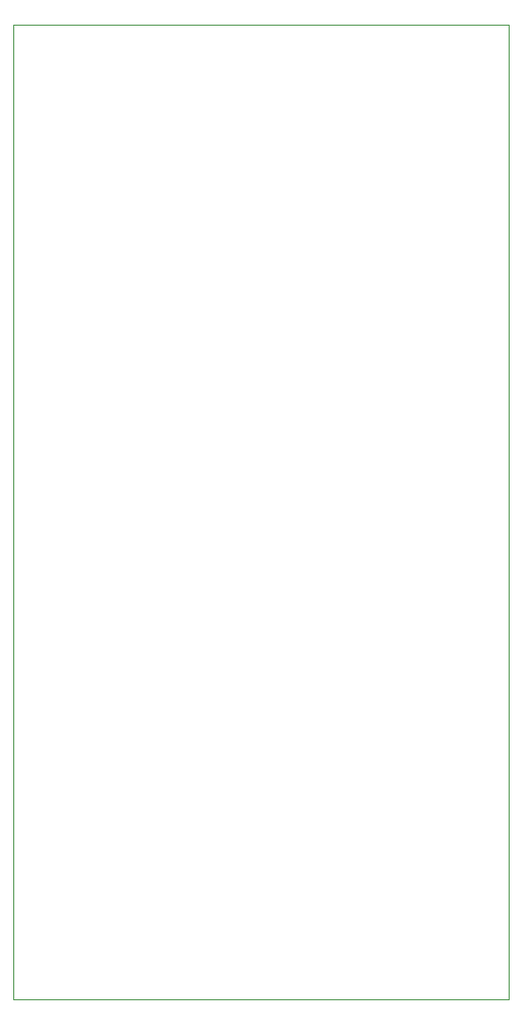
<source format=gbr>
G04 #@! TF.GenerationSoftware,KiCad,Pcbnew,5.1.5+dfsg1-2build2*
G04 #@! TF.CreationDate,2022-04-07T15:16:09-04:00*
G04 #@! TF.ProjectId,traffic-vest_controller,74726166-6669-4632-9d76-6573745f636f,rev?*
G04 #@! TF.SameCoordinates,Original*
G04 #@! TF.FileFunction,Profile,NP*
%FSLAX46Y46*%
G04 Gerber Fmt 4.6, Leading zero omitted, Abs format (unit mm)*
G04 Created by KiCad (PCBNEW 5.1.5+dfsg1-2build2) date 2022-04-07 15:16:09*
%MOMM*%
%LPD*%
G04 APERTURE LIST*
%ADD10C,0.100000*%
G04 APERTURE END LIST*
D10*
X122428000Y-144526000D02*
X122428000Y-57658000D01*
X166624000Y-144526000D02*
X122428000Y-144526000D01*
X166624000Y-57658000D02*
X166624000Y-144526000D01*
X122428000Y-57658000D02*
X166624000Y-57658000D01*
M02*

</source>
